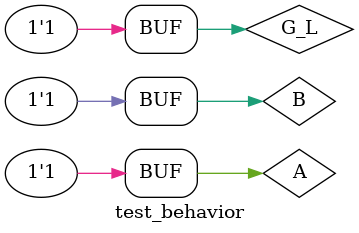
<source format=v>
`timescale 1ns / 1ps


module test_behavior;

	// Inputs
	reg G_L;
	reg A;
	reg B;

	// Outputs
	wire [3:0] Y_L;

	// Instantiate the Unit Under Test (UUT)
	v74x139_behavior uut (
		.G_L(G_L), 
		.A(A), 
		.B(B), 
		.Y_L(Y_L)
	);

	initial begin
		G_L = 0; A = 0; B = 0;
		#100;
      
		G_L = 0; A = 0; B = 1;
		#100;
		
		G_L = 0; A = 1; B = 0;
		#100;
		
		G_L = 0; A = 1; B = 1;
		#100;
		
		G_L = 1; A = 0; B = 0;
		#100;
		
		G_L = 1; A = 0; B = 1;
		#100;
		
		G_L = 1; A = 1; B = 0;
		#100;
		
		G_L = 1; A = 1; B = 1;
	end
      
endmodule


</source>
